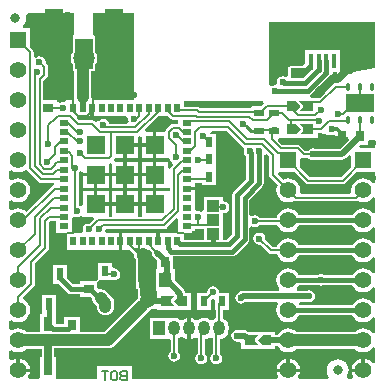
<source format=gbl>
G04*
G04 #@! TF.GenerationSoftware,Altium Limited,Altium Designer,18.1.9 (240)*
G04*
G04 Layer_Physical_Order=2*
G04 Layer_Color=16711680*
%FSLAX25Y25*%
%MOIN*%
G70*
G01*
G75*
%ADD10C,0.00787*%
%ADD11C,0.00800*%
%ADD14R,0.06000X0.16000*%
%ADD31R,0.03937X0.03937*%
%ADD32R,0.03000X0.03400*%
%ADD33C,0.03150*%
%ADD34R,0.03400X0.03000*%
%ADD36C,0.01000*%
%ADD37C,0.04000*%
%ADD38C,0.01500*%
%ADD39C,0.02000*%
%ADD40R,0.05500X0.05500*%
%ADD41C,0.05500*%
%ADD42O,0.04000X0.04724*%
%ADD43R,0.04000X0.04724*%
%ADD44C,0.07100*%
%ADD45O,0.03937X0.05906*%
%ADD46C,0.02362*%
%ADD47R,0.01968X0.03150*%
%ADD48R,0.03150X0.01968*%
%ADD49R,0.06299X0.06299*%
%ADD50R,0.02400X0.03400*%
%ADD51R,0.09449X0.05906*%
G04:AMPARAMS|DCode=52|XSize=15.75mil|YSize=23.62mil|CornerRadius=3.94mil|HoleSize=0mil|Usage=FLASHONLY|Rotation=0.000|XOffset=0mil|YOffset=0mil|HoleType=Round|Shape=RoundedRectangle|*
%AMROUNDEDRECTD52*
21,1,0.01575,0.01575,0,0,0.0*
21,1,0.00787,0.02362,0,0,0.0*
1,1,0.00787,0.00394,-0.00787*
1,1,0.00787,-0.00394,-0.00787*
1,1,0.00787,-0.00394,0.00787*
1,1,0.00787,0.00394,0.00787*
%
%ADD52ROUNDEDRECTD52*%
%ADD53R,0.02400X0.03900*%
%ADD54R,0.02800X0.04800*%
%ADD55R,0.01575X0.05118*%
%ADD56R,0.15354X0.08661*%
%ADD57R,0.04200X0.08700*%
%ADD58R,0.04200X0.04200*%
%ADD59R,0.06000X0.10000*%
%ADD60R,0.03900X0.04900*%
%ADD61R,0.03400X0.02400*%
%ADD62C,0.03937*%
%ADD63C,0.01968*%
%ADD64C,0.02500*%
%ADD65C,0.01600*%
%ADD66C,0.01181*%
G36*
X103160Y105436D02*
X102970Y105246D01*
X102843Y105162D01*
X99949Y102268D01*
X95797D01*
X95797Y105693D01*
X100793Y105693D01*
X101720Y106620D01*
X103160D01*
Y105436D01*
D02*
G37*
G36*
X123977Y105758D02*
X112790Y103866D01*
X112215Y104580D01*
Y111890D01*
X100601D01*
Y107237D01*
X100010Y106647D01*
Y106496D01*
X99859D01*
X99859Y106496D01*
X95797Y106496D01*
X95490Y106435D01*
X95229Y106261D01*
X95055Y106000D01*
X94994Y105693D01*
X94994Y103147D01*
X94194Y102720D01*
X93918Y102905D01*
X93150Y103058D01*
X92382Y102905D01*
X91730Y102470D01*
X91295Y101819D01*
X91142Y101050D01*
X91216Y100680D01*
X90607Y99990D01*
X90600Y99987D01*
X90500Y100007D01*
X89732Y99854D01*
X89383Y99621D01*
X88583Y100004D01*
X88583Y120993D01*
X123977D01*
Y105758D01*
D02*
G37*
G36*
X111272Y103610D02*
X110400Y103462D01*
X109862Y104182D01*
X109972Y104410D01*
X111205D01*
X111272Y103610D01*
D02*
G37*
G36*
X106200Y99418D02*
Y96563D01*
X105481Y95844D01*
X104681Y95881D01*
Y95881D01*
X102574D01*
X102210Y96622D01*
X102220Y96681D01*
X102684Y96992D01*
X104581Y98889D01*
X104666Y99015D01*
X105400Y99749D01*
X106200Y99418D01*
D02*
G37*
G36*
X43701Y95256D02*
X30020D01*
X29311Y96000D01*
Y104713D01*
X30687D01*
Y106811D01*
X30689Y106813D01*
X31126Y107868D01*
X31275Y109000D01*
X31126Y110132D01*
X30689Y111187D01*
X30687Y111189D01*
Y116287D01*
X30646Y116308D01*
X30064Y116933D01*
Y123958D01*
X43701D01*
X43701Y95256D01*
D02*
G37*
G36*
X23733Y116933D02*
X23148Y116305D01*
X23113Y116287D01*
Y111189D01*
X23111Y111187D01*
X22674Y110132D01*
X22525Y109000D01*
X22674Y107868D01*
X23111Y106813D01*
X23113Y106811D01*
Y104713D01*
X23689D01*
Y96000D01*
X22980Y95256D01*
X21185D01*
Y94965D01*
X20385Y94431D01*
X20000Y94507D01*
X19232Y94354D01*
X18781Y94053D01*
X18107Y94305D01*
X17981Y94407D01*
Y95181D01*
X13423D01*
Y101462D01*
X14625Y102663D01*
X14625Y102663D01*
X14887Y103056D01*
X14979Y103519D01*
Y106131D01*
X14887Y106595D01*
X14625Y106988D01*
X14625Y106988D01*
X14083Y107529D01*
X14107Y107650D01*
X13954Y108419D01*
X13519Y109070D01*
X12868Y109505D01*
X12100Y109658D01*
X11332Y109505D01*
X10967Y109261D01*
X10167Y109632D01*
Y111043D01*
X10075Y111507D01*
X9813Y111899D01*
X9813Y111899D01*
X8931Y112781D01*
Y118931D01*
X6718D01*
X6447Y119731D01*
X6629Y119871D01*
X7220Y120641D01*
X7591Y121538D01*
X7718Y122500D01*
X7631Y123158D01*
X8158Y123958D01*
X23733D01*
Y116933D01*
D02*
G37*
G36*
X86477Y94600D02*
X86641Y94360D01*
X86783Y93800D01*
X86673Y93689D01*
X86655Y93662D01*
X86074Y93081D01*
X82419D01*
Y92342D01*
X65720D01*
X65606Y92456D01*
X65214Y92718D01*
X64750Y92811D01*
X64750Y92811D01*
X60161D01*
Y94600D01*
X86477Y94600D01*
D02*
G37*
G36*
X100575Y91300D02*
X98700D01*
X99900Y92400D01*
X99900Y93500D01*
X98700Y94700D01*
X100575Y94700D01*
Y91300D01*
D02*
G37*
G36*
X99100Y93100D02*
Y92900D01*
X97499Y91299D01*
X97200D01*
Y94700D01*
X97500Y94700D01*
X99100Y93100D01*
D02*
G37*
G36*
X30240Y89744D02*
X40945D01*
X41602Y88944D01*
X41593Y88900D01*
X41746Y88132D01*
X41820Y88020D01*
X41392Y87221D01*
X36263D01*
X36155Y87242D01*
X36155Y87242D01*
X35304D01*
X35234Y87593D01*
X34799Y88244D01*
X34147Y88679D01*
X33379Y88832D01*
X32611Y88679D01*
X31960Y88244D01*
X31757Y87941D01*
X30805Y87762D01*
X30623Y87944D01*
X30233Y88205D01*
X29772Y88297D01*
X29772Y88297D01*
X25415D01*
X24707Y89005D01*
X25013Y89744D01*
X25516D01*
Y90138D01*
X27484D01*
Y89744D01*
X29059D01*
Y92500D01*
X30240D01*
Y89744D01*
D02*
G37*
G36*
X55648Y88893D02*
X56039Y88631D01*
X56500Y88540D01*
X56500Y88540D01*
X58390D01*
Y87079D01*
X56619D01*
X56619Y87079D01*
X56156Y86987D01*
X55763Y86725D01*
X55763Y86725D01*
X54375Y85337D01*
X54113Y84944D01*
X54021Y84481D01*
X53257Y84429D01*
X51106D01*
Y80098D01*
Y75767D01*
X54846D01*
X54846Y75767D01*
X55574Y75593D01*
X55646Y75232D01*
X56081Y74581D01*
X56384Y74378D01*
X56563Y73426D01*
X55953Y72815D01*
X55690Y72422D01*
X55646Y72202D01*
X54846Y72281D01*
Y74586D01*
X51106D01*
Y70256D01*
Y65925D01*
X54798D01*
X54846Y65925D01*
X55598Y65808D01*
Y64860D01*
X54846Y64744D01*
Y64744D01*
X51106D01*
Y60413D01*
X50516D01*
Y59823D01*
X46185D01*
Y56142D01*
X45004D01*
Y59823D01*
X40673D01*
X36342D01*
Y56142D01*
X35161D01*
Y59823D01*
X30830D01*
Y60413D01*
X30240D01*
Y64744D01*
X26500D01*
Y60119D01*
X25768Y59755D01*
X25211Y60121D01*
Y70941D01*
X25419Y71081D01*
X25700Y71501D01*
X26500Y71258D01*
Y70846D01*
X30830D01*
X35161D01*
Y73782D01*
X35174Y73909D01*
X35541Y74102D01*
X35543Y74102D01*
X36342Y73620D01*
Y70846D01*
X40082D01*
Y74586D01*
X37362D01*
X36959Y75386D01*
X37240Y75767D01*
X40082D01*
Y80098D01*
X40673D01*
Y80689D01*
X45004D01*
Y82797D01*
X45385Y83040D01*
X46185Y82601D01*
Y80689D01*
X49925D01*
Y84429D01*
X47472D01*
X47166Y85168D01*
X51742Y89744D01*
X54797D01*
X55648Y88893D01*
D02*
G37*
G36*
X100672Y83687D02*
X98798D01*
X99998Y84787D01*
X99998Y85887D01*
X98798Y87087D01*
X100672Y87087D01*
Y83687D01*
D02*
G37*
G36*
X99198Y85487D02*
Y85287D01*
X97597Y83687D01*
X97298D01*
Y87087D01*
X97598Y87087D01*
X99198Y85487D01*
D02*
G37*
G36*
X106028Y84183D02*
X106200Y84042D01*
Y83600D01*
X115023Y82620D01*
X115287Y81865D01*
X112245Y78822D01*
X104116D01*
X104068Y78854D01*
X103300Y79007D01*
X102532Y78854D01*
X101881Y78419D01*
X101741Y78211D01*
X100681D01*
X99098Y79794D01*
X98705Y80056D01*
X98242Y80148D01*
X98242Y80148D01*
X93064D01*
X91632Y81580D01*
X91939Y82319D01*
X93181D01*
Y82319D01*
X93417Y82506D01*
X98779D01*
X98779Y82506D01*
X99417D01*
Y82506D01*
X99579Y82506D01*
X104779D01*
Y84183D01*
X106028D01*
X106028Y84183D01*
D02*
G37*
G36*
X123977Y81625D02*
Y79712D01*
X123931Y78931D01*
X118881D01*
X118528Y79721D01*
X118844Y80119D01*
X121681D01*
Y81280D01*
X122277Y81814D01*
X123977Y81625D01*
D02*
G37*
G36*
X116069Y76446D02*
Y72781D01*
X112730Y69442D01*
X102270D01*
X98931Y72781D01*
Y75444D01*
X99716Y75881D01*
X100179Y75789D01*
X100179Y75789D01*
X101741D01*
X101881Y75581D01*
X102532Y75146D01*
X103300Y74993D01*
X104068Y75146D01*
X104116Y75178D01*
X113000D01*
X113000Y75178D01*
X113697Y75316D01*
X114289Y75711D01*
X115330Y76753D01*
X116069Y76446D01*
D02*
G37*
G36*
X123931Y71069D02*
X123977Y70288D01*
Y67589D01*
X123177Y67317D01*
X122804Y67804D01*
X121983Y68434D01*
X121026Y68830D01*
X120000Y68965D01*
X118974Y68830D01*
X118017Y68434D01*
X117196Y67804D01*
X116566Y66983D01*
X116170Y66026D01*
X116035Y65000D01*
X116102Y64488D01*
X115482Y63688D01*
X99518D01*
X98898Y64488D01*
X98965Y65000D01*
X98830Y66026D01*
X98434Y66983D01*
X97804Y67804D01*
X96983Y68434D01*
X96026Y68830D01*
X95000Y68965D01*
X93974Y68830D01*
X93202Y68510D01*
X91443Y70269D01*
X91775Y71069D01*
X97219D01*
X100912Y67375D01*
X100912Y67375D01*
X101305Y67113D01*
X101769Y67021D01*
X113231D01*
X113232Y67021D01*
X113695Y67113D01*
X114088Y67375D01*
X117781Y71069D01*
X123931D01*
D02*
G37*
G36*
X79881Y79513D02*
X80321Y78768D01*
X80168Y78000D01*
X80321Y77232D01*
X80756Y76581D01*
X81039Y76392D01*
Y68791D01*
X78392Y66144D01*
X78392Y66144D01*
X76892Y64644D01*
X76552Y64135D01*
X76433Y63535D01*
Y50285D01*
X74715Y48568D01*
X73150D01*
Y51850D01*
Y56519D01*
X73327Y57265D01*
X73361Y57293D01*
X74129Y57446D01*
X74780Y57881D01*
X75215Y58532D01*
X75368Y59300D01*
X75215Y60068D01*
X74780Y60719D01*
X74129Y61154D01*
X73361Y61307D01*
X73150Y61480D01*
Y62874D01*
X66850D01*
Y58293D01*
X66050Y57866D01*
X65768Y58054D01*
X65000Y58207D01*
X64702Y58148D01*
X64634Y58156D01*
X63917Y58711D01*
X63902Y58742D01*
Y63366D01*
Y64941D01*
X61146D01*
Y66122D01*
X63902D01*
Y67470D01*
X66119D01*
Y66619D01*
X70881D01*
Y72381D01*
X70881D01*
Y72619D01*
X70881D01*
Y78119D01*
Y83881D01*
X69056D01*
X68991Y83989D01*
X69444Y84789D01*
X74604D01*
X79881Y79513D01*
D02*
G37*
G36*
X3017Y71566D02*
X3974Y71170D01*
X5000Y71035D01*
X6026Y71170D01*
X6982Y71566D01*
X7144Y71691D01*
X8101Y71597D01*
X11873Y67825D01*
X11873Y67825D01*
X12266Y67563D01*
X12729Y67470D01*
X16792D01*
X16871Y66670D01*
X16768Y66650D01*
X16375Y66388D01*
X16375Y66387D01*
X7797Y57809D01*
X6982Y58434D01*
X6026Y58830D01*
X5000Y58965D01*
X3974Y58830D01*
X3017Y58434D01*
X2807Y58273D01*
X2007Y58667D01*
Y61333D01*
X2807Y61728D01*
X3017Y61567D01*
X3974Y61170D01*
X5000Y61035D01*
X6026Y61170D01*
X6982Y61567D01*
X7803Y62197D01*
X8433Y63018D01*
X8830Y63974D01*
X8965Y65000D01*
X8830Y66027D01*
X8433Y66983D01*
X7803Y67804D01*
X6982Y68434D01*
X6026Y68830D01*
X5000Y68965D01*
X3974Y68830D01*
X3017Y68434D01*
X2807Y68273D01*
X2007Y68667D01*
Y71333D01*
X2807Y71728D01*
X3017Y71566D01*
D02*
G37*
G36*
X88677Y76285D02*
Y70113D01*
X88677Y70113D01*
X88769Y69649D01*
X89031Y69257D01*
X91490Y66798D01*
X91170Y66026D01*
X91035Y65000D01*
X91170Y63974D01*
X91566Y63017D01*
X92196Y62196D01*
X93018Y61566D01*
X93974Y61170D01*
X95000Y61035D01*
X96026Y61170D01*
X96838Y61506D01*
X97060Y61359D01*
X97523Y61266D01*
X97523Y61266D01*
X117477D01*
X117477Y61266D01*
X117940Y61359D01*
X118162Y61506D01*
X118974Y61170D01*
X120000Y61035D01*
X121026Y61170D01*
X121983Y61566D01*
X122804Y62196D01*
X123177Y62683D01*
X123977Y62411D01*
Y57588D01*
X123177Y57317D01*
X122804Y57804D01*
X121983Y58434D01*
X121026Y58830D01*
X120000Y58965D01*
X118974Y58830D01*
X118017Y58434D01*
X117196Y57804D01*
X116566Y56982D01*
X116415Y56618D01*
X98585D01*
X98434Y56982D01*
X97804Y57804D01*
X96983Y58434D01*
X96026Y58830D01*
X95000Y58965D01*
X93974Y58830D01*
X93018Y58434D01*
X92196Y57804D01*
X91566Y56982D01*
X91170Y56026D01*
X91154Y55904D01*
X85463D01*
X85319Y56119D01*
X84668Y56554D01*
X83900Y56707D01*
X83132Y56554D01*
X82867Y56378D01*
X82068Y56805D01*
Y61851D01*
X86433Y66216D01*
X86773Y66725D01*
X86892Y67325D01*
Y76803D01*
X86947Y76884D01*
X87899Y77063D01*
X88677Y76285D01*
D02*
G37*
G36*
X25825Y56385D02*
X26500Y56082D01*
Y56082D01*
X29945D01*
X30276Y55282D01*
X28918Y53924D01*
X28500Y54007D01*
X27732Y53854D01*
X27081Y53419D01*
X26646Y52768D01*
X26493Y52000D01*
X26579Y51568D01*
X26067Y50768D01*
X23757D01*
X22957Y50768D01*
Y55702D01*
X23730Y56145D01*
X23757Y56141D01*
X24500Y55993D01*
X25268Y56146D01*
X25700Y56434D01*
X25825Y56385D01*
D02*
G37*
G36*
X91566Y53017D02*
X92196Y52196D01*
X93018Y51566D01*
X93974Y51170D01*
X95000Y51035D01*
X96026Y51170D01*
X96983Y51566D01*
X97804Y52196D01*
X98434Y53017D01*
X98585Y53382D01*
X116415D01*
X116566Y53017D01*
X117196Y52196D01*
X118017Y51566D01*
X118974Y51170D01*
X120000Y51035D01*
X121026Y51170D01*
X121983Y51566D01*
X122804Y52196D01*
X123177Y52683D01*
X123977Y52412D01*
Y47589D01*
X123177Y47317D01*
X122804Y47804D01*
X121983Y48434D01*
X121026Y48830D01*
X120000Y48965D01*
X118974Y48830D01*
X118017Y48434D01*
X117196Y47804D01*
X116566Y46982D01*
X116415Y46619D01*
X98585D01*
X98434Y46982D01*
X97804Y47804D01*
X96983Y48434D01*
X96026Y48830D01*
X95000Y48965D01*
X93974Y48830D01*
X93018Y48434D01*
X92196Y47804D01*
X91566Y46982D01*
X91244Y46204D01*
X89790D01*
X87357Y48637D01*
X87407Y48891D01*
X87254Y49659D01*
X86819Y50310D01*
X86168Y50745D01*
X85400Y50898D01*
X84632Y50745D01*
X83981Y50310D01*
X83546Y49659D01*
X83393Y48891D01*
X83546Y48123D01*
X83981Y47472D01*
X84632Y47037D01*
X85400Y46884D01*
X85654Y46934D01*
X88439Y44148D01*
X88439Y44148D01*
X88830Y43887D01*
X89291Y43796D01*
X89291Y43796D01*
X91244D01*
X91566Y43018D01*
X92196Y42196D01*
X93018Y41566D01*
X93974Y41170D01*
X95000Y41035D01*
X96026Y41170D01*
X96983Y41566D01*
X97804Y42196D01*
X98434Y43018D01*
X98585Y43382D01*
X116415D01*
X116566Y43018D01*
X117196Y42196D01*
X118017Y41566D01*
X118974Y41170D01*
X120000Y41035D01*
X121026Y41170D01*
X121983Y41566D01*
X122804Y42196D01*
X123177Y42683D01*
X123977Y42412D01*
Y37589D01*
X123177Y37317D01*
X122804Y37804D01*
X121983Y38434D01*
X121026Y38830D01*
X120000Y38965D01*
X118974Y38830D01*
X118017Y38434D01*
X117196Y37804D01*
X116566Y36983D01*
X116498Y36819D01*
X107021D01*
X106668Y37054D01*
X105900Y37207D01*
X105132Y37054D01*
X104779Y36819D01*
X98502D01*
X98434Y36983D01*
X97804Y37804D01*
X96983Y38434D01*
X96026Y38830D01*
X95000Y38965D01*
X93974Y38830D01*
X93018Y38434D01*
X92196Y37804D01*
X91566Y36983D01*
X91170Y36026D01*
X91035Y35000D01*
X91170Y33974D01*
X91566Y33018D01*
X92099Y32322D01*
X91974Y31852D01*
X91760Y31522D01*
X79900D01*
X79900Y31522D01*
X79203Y31384D01*
X78626Y30998D01*
X78563Y30986D01*
X77912Y30551D01*
X77477Y29900D01*
X77324Y29131D01*
X77477Y28363D01*
X77912Y27712D01*
X78563Y27277D01*
X79331Y27124D01*
X80100Y27277D01*
X80751Y27712D01*
X80861Y27878D01*
X91245D01*
X91639Y27078D01*
X91566Y26983D01*
X91170Y26026D01*
X91035Y25000D01*
X91170Y23974D01*
X91566Y23018D01*
X92196Y22196D01*
X93018Y21566D01*
X93974Y21170D01*
X95000Y21035D01*
X96026Y21170D01*
X96983Y21566D01*
X97804Y22196D01*
X98434Y23018D01*
X98585Y23381D01*
X116415D01*
X116566Y23018D01*
X117196Y22196D01*
X118017Y21566D01*
X118974Y21170D01*
X120000Y21035D01*
X121026Y21170D01*
X121983Y21566D01*
X122804Y22196D01*
X123177Y22683D01*
X123977Y22411D01*
Y17589D01*
X123177Y17317D01*
X122804Y17804D01*
X121983Y18434D01*
X121026Y18830D01*
X120000Y18965D01*
X118974Y18830D01*
X118017Y18434D01*
X117196Y17804D01*
X117178Y17780D01*
X97822D01*
X97804Y17804D01*
X96983Y18434D01*
X96026Y18830D01*
X95000Y18965D01*
X93974Y18830D01*
X93018Y18434D01*
X92196Y17804D01*
X91566Y16983D01*
X91500Y16822D01*
X90681D01*
Y17881D01*
X85319D01*
X85319Y17881D01*
X84681D01*
Y17881D01*
X84519Y17881D01*
X81650D01*
X81197Y18184D01*
X80500Y18322D01*
X80500Y18322D01*
X78816D01*
X78768Y18354D01*
X78000Y18507D01*
X77232Y18354D01*
X76581Y17919D01*
X76146Y17268D01*
X75993Y16500D01*
X76146Y15732D01*
X76581Y15081D01*
X77232Y14646D01*
X78000Y14493D01*
X78519Y14596D01*
X79258Y14161D01*
X79319Y14100D01*
Y12119D01*
X84519D01*
X84681Y12119D01*
X84681Y12119D01*
X85319Y12119D01*
Y12119D01*
X90681D01*
Y13178D01*
X91500D01*
X91566Y13017D01*
X92196Y12196D01*
X93018Y11566D01*
X93974Y11170D01*
X95000Y11035D01*
X96026Y11170D01*
X96983Y11566D01*
X97804Y12196D01*
X97822Y12220D01*
X117178D01*
X117196Y12196D01*
X118017Y11566D01*
X118974Y11170D01*
X120000Y11035D01*
X121026Y11170D01*
X121983Y11566D01*
X122804Y12196D01*
X123177Y12683D01*
X123977Y12411D01*
Y7588D01*
X123177Y7317D01*
X122804Y7804D01*
X121983Y8434D01*
X121026Y8830D01*
X120591Y8887D01*
Y5000D01*
X120000D01*
Y4409D01*
X116113D01*
X116170Y3974D01*
X116566Y3018D01*
X116728Y2807D01*
X116333Y2007D01*
X114858D01*
X114463Y2807D01*
X114720Y3141D01*
X115091Y4038D01*
X115218Y5000D01*
X115091Y5962D01*
X114720Y6859D01*
X114129Y7629D01*
X113359Y8219D01*
X112462Y8591D01*
X111500Y8718D01*
X110538Y8591D01*
X109641Y8219D01*
X108871Y7629D01*
X108280Y6859D01*
X107909Y5962D01*
X107782Y5000D01*
X107909Y4038D01*
X108280Y3141D01*
X108537Y2807D01*
X108142Y2007D01*
X98667D01*
X98272Y2807D01*
X98434Y3018D01*
X98830Y3974D01*
X98887Y4409D01*
X95000D01*
X91113D01*
X91170Y3974D01*
X91566Y3018D01*
X91728Y2807D01*
X91333Y2007D01*
X42775Y2007D01*
Y6323D01*
X31229D01*
Y2007D01*
X18335D01*
X17581Y2119D01*
Y9281D01*
X17077D01*
Y12320D01*
X35100D01*
X35819Y12415D01*
X36490Y12693D01*
X37066Y13135D01*
X48316Y24385D01*
X48728Y24922D01*
X49266Y25335D01*
X49300Y25369D01*
X51131D01*
X51319Y25119D01*
Y25119D01*
X56519D01*
X56681Y25119D01*
X56681Y25119D01*
X57319Y25119D01*
Y25119D01*
X62681D01*
Y30881D01*
X60822D01*
X60771Y31138D01*
X60376Y31729D01*
X60376Y31729D01*
X57131Y34974D01*
Y38631D01*
X56681D01*
Y42933D01*
X76400D01*
X77000Y43052D01*
X77508Y43392D01*
X81608Y47492D01*
X81948Y48000D01*
X82068Y48600D01*
Y52595D01*
X82867Y53022D01*
X83132Y52846D01*
X83900Y52693D01*
X84668Y52846D01*
X85319Y53281D01*
X85463Y53496D01*
X91368D01*
X91566Y53017D01*
D02*
G37*
G36*
X58390Y55325D02*
Y50768D01*
X57590Y50768D01*
X52287D01*
Y48012D01*
X51106D01*
Y50768D01*
X39689D01*
Y48012D01*
Y45256D01*
X42141D01*
X42830Y44567D01*
X42830Y44567D01*
X43685Y43712D01*
X43675Y43634D01*
X43769Y42914D01*
X44047Y42244D01*
X44220Y42018D01*
Y35000D01*
X44315Y34281D01*
X44319Y34271D01*
Y32119D01*
X44869D01*
Y28687D01*
X44385Y28315D01*
X33949Y17880D01*
X25681D01*
Y22881D01*
X20319D01*
Y20319D01*
X17581D01*
Y23869D01*
X17681D01*
Y30131D01*
X12919D01*
Y23881D01*
X12419D01*
Y17780D01*
X7822D01*
X7804Y17804D01*
X6983Y18434D01*
X6026Y18830D01*
X5000Y18965D01*
X3974Y18830D01*
X3018Y18434D01*
X2807Y18272D01*
X2007Y18667D01*
Y21333D01*
X2807Y21728D01*
X3017Y21566D01*
X3974Y21170D01*
X5000Y21035D01*
X6026Y21170D01*
X6982Y21566D01*
X7803Y22197D01*
X8433Y23018D01*
X8830Y23974D01*
X8965Y25000D01*
X8830Y26026D01*
X8433Y26983D01*
X7803Y27804D01*
X6982Y28434D01*
X6885Y28474D01*
X6698Y29418D01*
X10190Y32910D01*
X10190Y32910D01*
X10452Y33303D01*
X10544Y33766D01*
X10544Y33766D01*
Y40532D01*
X14956Y44944D01*
X14956Y44944D01*
X15218Y45337D01*
X15311Y45800D01*
X15311Y45800D01*
Y54399D01*
X15784Y54872D01*
X17445D01*
Y50768D01*
X20385D01*
X21185Y50768D01*
Y45256D01*
X38508D01*
Y48012D01*
Y50768D01*
X34476D01*
X34060Y51394D01*
X34409Y52146D01*
X53667D01*
X53667Y52146D01*
X54128Y52238D01*
X54519Y52499D01*
X57651Y55631D01*
X58390Y55325D01*
D02*
G37*
G36*
X66850Y48568D02*
X60161D01*
Y50768D01*
X60961Y50768D01*
X63902D01*
Y52221D01*
X66850D01*
Y48568D01*
D02*
G37*
G36*
X116566Y33018D02*
X117196Y32196D01*
X118017Y31566D01*
X118974Y31170D01*
X120000Y31035D01*
X121026Y31170D01*
X121983Y31566D01*
X122804Y32196D01*
X123177Y32683D01*
X123977Y32412D01*
Y27588D01*
X123177Y27317D01*
X122804Y27804D01*
X121983Y28434D01*
X121026Y28830D01*
X120000Y28965D01*
X118974Y28830D01*
X118017Y28434D01*
X117196Y27804D01*
X116566Y26983D01*
X116415Y26618D01*
X98958D01*
X98675Y27111D01*
X99092Y27878D01*
X101184D01*
X101232Y27846D01*
X102000Y27693D01*
X102768Y27846D01*
X103419Y28281D01*
X103854Y28932D01*
X104007Y29700D01*
X103854Y30468D01*
X103419Y31119D01*
X102768Y31554D01*
X102000Y31707D01*
X101232Y31554D01*
X101184Y31522D01*
X98240D01*
X98026Y31852D01*
X97900Y32322D01*
X98434Y33018D01*
X98667Y33582D01*
X104779D01*
X105132Y33346D01*
X105900Y33193D01*
X106668Y33346D01*
X107021Y33582D01*
X116333D01*
X116566Y33018D01*
D02*
G37*
G36*
X48553Y45223D02*
X49494Y44282D01*
X49478Y44200D01*
X49616Y43503D01*
X50011Y42911D01*
X51200Y41723D01*
Y38631D01*
X50869D01*
Y31369D01*
X51200D01*
Y29700D01*
X51200Y28162D01*
X50631Y27600D01*
X46077Y27659D01*
X45994Y27737D01*
X45790Y27998D01*
X45718Y28113D01*
X45680Y28209D01*
X45627Y28465D01*
X45631Y28483D01*
X45665Y28582D01*
X45661Y28635D01*
X45672Y28687D01*
Y28720D01*
X45807Y29400D01*
X45672Y30080D01*
Y32119D01*
X45611Y32426D01*
X45437Y32687D01*
X45176Y32861D01*
X45122Y32871D01*
Y34271D01*
X45108Y34340D01*
X45111Y34385D01*
X45023Y35053D01*
Y42018D01*
X45003Y42121D01*
X44996Y42226D01*
X44972Y42273D01*
X44962Y42325D01*
X44904Y42412D01*
X44857Y42507D01*
X44748Y42649D01*
X44681Y42811D01*
Y43881D01*
X44574D01*
X44133Y44544D01*
X44423Y45241D01*
X48553Y45223D01*
D02*
G37*
G36*
X56100Y28600D02*
X56100Y27500D01*
X57300Y26300D01*
X55425Y26300D01*
Y29700D01*
X57300D01*
X56100Y28600D01*
D02*
G37*
G36*
X58800Y26300D02*
X58500Y26300D01*
X56900Y27900D01*
Y28100D01*
X58501Y29700D01*
X58800D01*
Y26300D01*
D02*
G37*
G36*
X84100Y15600D02*
X84100Y14500D01*
X85300Y13300D01*
X83425Y13300D01*
Y16700D01*
X85300D01*
X84100Y15600D01*
D02*
G37*
G36*
X86800Y13300D02*
X86500Y13300D01*
X84900Y14900D01*
Y15100D01*
X86501Y16701D01*
X86800D01*
Y13300D01*
D02*
G37*
G36*
X12923Y9281D02*
X12419D01*
Y2807D01*
X11665Y2007D01*
X8667D01*
X8272Y2807D01*
X8434Y3018D01*
X8830Y3974D01*
X8887Y4409D01*
X5000D01*
Y5000D01*
X4409D01*
Y8887D01*
X3974Y8830D01*
X3018Y8434D01*
X2807Y8272D01*
X2007Y8667D01*
Y11333D01*
X2807Y11728D01*
X3018Y11566D01*
X3974Y11170D01*
X5000Y11035D01*
X6026Y11170D01*
X6983Y11566D01*
X7804Y12196D01*
X7822Y12220D01*
X12923D01*
Y9281D01*
D02*
G37*
%LPC*%
G36*
X49925Y79508D02*
X46185D01*
Y75767D01*
X49925D01*
Y79508D01*
D02*
G37*
G36*
X45004D02*
X41264D01*
Y75767D01*
X45004D01*
Y79508D01*
D02*
G37*
G36*
X41264Y74586D02*
Y70846D01*
X45004D01*
Y74586D01*
X41264D01*
D02*
G37*
G36*
X49925D02*
X46185D01*
Y70846D01*
X49925D01*
Y74586D01*
D02*
G37*
G36*
X45004Y69665D02*
X41264D01*
Y65925D01*
X45004D01*
Y69665D01*
D02*
G37*
G36*
X40082D02*
X36342D01*
Y65925D01*
X40082D01*
Y69665D01*
D02*
G37*
G36*
X35161D02*
X31421D01*
Y65925D01*
X35161D01*
Y69665D01*
D02*
G37*
G36*
X30240D02*
X26500D01*
Y65925D01*
X30240D01*
Y69665D01*
D02*
G37*
G36*
X49925D02*
X46185D01*
Y65925D01*
X49925D01*
Y69665D01*
D02*
G37*
G36*
X45004Y64744D02*
X41264D01*
Y61004D01*
X45004D01*
Y64744D01*
D02*
G37*
G36*
X35161D02*
X31421D01*
Y61004D01*
X35161D01*
Y64744D01*
D02*
G37*
G36*
X49925D02*
X46185D01*
Y61004D01*
X49925D01*
Y64744D01*
D02*
G37*
G36*
X40082D02*
X36342D01*
Y61004D01*
X40082D01*
Y64744D01*
D02*
G37*
G36*
X57000Y22571D02*
X56170Y22461D01*
X55981Y22383D01*
X55181Y22543D01*
Y22543D01*
X48819D01*
Y15457D01*
X55181D01*
X55796Y15009D01*
Y11363D01*
X55581Y11219D01*
X55146Y10568D01*
X54993Y9800D01*
X55146Y9032D01*
X55581Y8381D01*
X56232Y7946D01*
X57000Y7793D01*
X57768Y7946D01*
X58419Y8381D01*
X58854Y9032D01*
X59007Y9800D01*
X58854Y10568D01*
X58419Y11219D01*
X58204Y11363D01*
Y15693D01*
X58604Y15859D01*
X58925Y16105D01*
X59500Y16293D01*
X60075Y16105D01*
X60396Y15859D01*
X61170Y15539D01*
X61409Y15507D01*
Y19000D01*
Y22493D01*
X61170Y22461D01*
X60396Y22141D01*
X60075Y21895D01*
X59500Y21707D01*
X58925Y21895D01*
X58604Y22141D01*
X57830Y22461D01*
X57000Y22571D01*
D02*
G37*
G36*
X70000Y33007D02*
X69232Y32854D01*
X68581Y32419D01*
X68146Y31768D01*
X67993Y31000D01*
X67895Y30881D01*
X64619D01*
Y25119D01*
X69381D01*
Y28399D01*
X70000Y28993D01*
X70000Y28993D01*
X70619Y28486D01*
Y25119D01*
X70789D01*
Y22304D01*
X70396Y22141D01*
X70075Y21895D01*
X69500Y21707D01*
X68925Y21895D01*
X68604Y22141D01*
X67830Y22461D01*
X67000Y22571D01*
X66170Y22461D01*
X65396Y22141D01*
X65075Y21895D01*
X64500Y21707D01*
X63925Y21895D01*
X63604Y22141D01*
X62830Y22461D01*
X62590Y22493D01*
Y19000D01*
Y15507D01*
X62830Y15539D01*
X63604Y15859D01*
X63925Y16105D01*
X64036Y16142D01*
X64796Y15803D01*
Y10563D01*
X64581Y10419D01*
X64146Y9768D01*
X63993Y9000D01*
X64146Y8232D01*
X64581Y7581D01*
X65232Y7146D01*
X66000Y6993D01*
X66768Y7146D01*
X67419Y7581D01*
X67854Y8232D01*
X68007Y9000D01*
X67854Y9768D01*
X67419Y10419D01*
X67204Y10563D01*
Y15456D01*
X67830Y15539D01*
X68604Y15859D01*
X68925Y16105D01*
X69036Y16142D01*
X69796Y15803D01*
Y10563D01*
X69581Y10419D01*
X69146Y9768D01*
X68993Y9000D01*
X69146Y8232D01*
X69581Y7581D01*
X70232Y7146D01*
X71000Y6993D01*
X71768Y7146D01*
X72419Y7581D01*
X72854Y8232D01*
X73007Y9000D01*
X72854Y9768D01*
X72419Y10419D01*
X72204Y10563D01*
Y15456D01*
X72830Y15539D01*
X73604Y15859D01*
X74269Y16369D01*
X74779Y17033D01*
X75099Y17807D01*
X75209Y18638D01*
Y19362D01*
X75099Y20193D01*
X74779Y20967D01*
X74269Y21631D01*
X73604Y22141D01*
X73211Y22304D01*
Y25119D01*
X75381D01*
Y30881D01*
X72105D01*
X72007Y31000D01*
X71854Y31768D01*
X71419Y32419D01*
X70768Y32854D01*
X70000Y33007D01*
D02*
G37*
G36*
X95591Y8887D02*
Y5591D01*
X98887D01*
X98830Y6026D01*
X98434Y6983D01*
X97804Y7804D01*
X96983Y8434D01*
X96026Y8830D01*
X95591Y8887D01*
D02*
G37*
G36*
X119409D02*
X118974Y8830D01*
X118017Y8434D01*
X117196Y7804D01*
X116566Y6983D01*
X116170Y6026D01*
X116113Y5591D01*
X119409D01*
Y8887D01*
D02*
G37*
G36*
X94410D02*
X93974Y8830D01*
X93018Y8434D01*
X92196Y7804D01*
X91566Y6983D01*
X91170Y6026D01*
X91113Y5591D01*
X94410D01*
Y8887D01*
D02*
G37*
G36*
X36381Y40881D02*
X31619D01*
Y35790D01*
X31619Y35513D01*
X31585Y35300D01*
X31574Y35250D01*
X31501Y35036D01*
X31054Y34719D01*
X30760Y34681D01*
X30643Y34681D01*
X25619D01*
Y33619D01*
X23270D01*
X21381Y35508D01*
Y40131D01*
X16619D01*
Y33869D01*
X18442D01*
X21455Y30856D01*
X21981Y30505D01*
X22600Y30382D01*
X25619D01*
Y29319D01*
X29392D01*
X29678Y29033D01*
X29755Y28443D01*
X30036Y27765D01*
X30483Y27183D01*
X31288Y26377D01*
Y26100D01*
X31384Y25372D01*
X31665Y24694D01*
X32112Y24112D01*
X32694Y23665D01*
X33372Y23384D01*
X34100Y23289D01*
X34828Y23384D01*
X35506Y23665D01*
X36088Y24112D01*
X36535Y24694D01*
X36816Y25372D01*
X36911Y26100D01*
Y27542D01*
X36911Y27542D01*
X36816Y28270D01*
X36535Y28948D01*
X36088Y29530D01*
X36088Y29530D01*
X34459Y31159D01*
X33877Y31606D01*
X33199Y31887D01*
X32471Y31982D01*
X32181Y31944D01*
X31439Y32489D01*
X31381Y32603D01*
X31381Y34032D01*
X31381Y34287D01*
X31415Y34500D01*
X31426Y34550D01*
X31499Y34764D01*
X31946Y35081D01*
X32240Y35119D01*
X32357Y35119D01*
X36367D01*
X37000Y34993D01*
X37768Y35146D01*
X38419Y35581D01*
X38854Y36232D01*
X39007Y37000D01*
X38854Y37768D01*
X38419Y38419D01*
X37768Y38854D01*
X37000Y39007D01*
X36999Y39007D01*
X36381Y39514D01*
Y40881D01*
D02*
G37*
G36*
X5591Y8887D02*
Y5591D01*
X8887D01*
X8830Y6026D01*
X8434Y6983D01*
X7804Y7804D01*
X6983Y8434D01*
X6026Y8830D01*
X5591Y8887D01*
D02*
G37*
%LPD*%
D10*
X66500Y83000D02*
X68500Y81000D01*
X56500Y89744D02*
X63520D01*
X14900Y91500D02*
X15900Y92500D01*
X14500Y91900D02*
X14900Y91500D01*
X33379Y86825D02*
X34167Y86038D01*
X36155D01*
X36176Y86016D01*
X44066D01*
X15000Y86616D02*
X17500Y89116D01*
X15000Y80500D02*
Y86616D01*
X24592Y81268D02*
X25512D01*
X18128Y89744D02*
X22265D01*
X15900Y92500D02*
X20000D01*
X18122Y89738D02*
X18128Y89744D01*
X22265D02*
X24917Y87092D01*
X14500Y91900D02*
X15100Y92500D01*
X23213Y92638D02*
Y95787D01*
Y92638D02*
X23350Y92500D01*
X24510Y84500D02*
X25500D01*
X24917Y87092D02*
X29772D01*
X25027Y89744D02*
X28044D01*
X23350Y91420D02*
X25027Y89744D01*
X21431Y84429D02*
X24592Y81268D01*
X28044Y89744D02*
X29650Y91350D01*
X20201Y84429D02*
X21431D01*
X21306Y87703D02*
X24510Y84500D01*
X94200Y54800D02*
X94500Y54500D01*
X58390Y82956D02*
Y83500D01*
X60066Y81279D02*
X61146D01*
X58390Y82956D02*
X60066Y81279D01*
X29772Y87092D02*
X32407Y84457D01*
X33043D01*
X43600Y88900D02*
X44400D01*
X44066Y86016D02*
X48547Y90498D01*
X45398Y89898D02*
Y92500D01*
X44400Y88900D02*
X45398Y89898D01*
X33379Y86825D02*
Y86921D01*
X43682Y45418D02*
X45398Y45498D01*
X43682Y45418D02*
X45466Y43634D01*
X42248Y46852D02*
X43682Y45418D01*
X45466Y43634D02*
X46454D01*
X42248Y46852D02*
Y48012D01*
X45398Y45498D02*
Y48012D01*
X70000Y61000D02*
X71700Y59300D01*
X68500Y61300D02*
X70000D01*
X112000Y84000D02*
X112400Y84400D01*
X23350Y91420D02*
Y92500D01*
X29650Y91350D02*
Y92500D01*
X54847Y91398D02*
X56500Y89744D01*
X85300Y88300D02*
X87900D01*
X90300Y90700D01*
X96200Y88300D02*
X105200D01*
X95400D02*
X96200D01*
X93000Y90700D02*
X95400Y88300D01*
X90300Y90700D02*
X93000D01*
X85833Y91138D02*
X87529Y92833D01*
X48547Y90498D02*
Y92500D01*
X21268Y50768D02*
X23168D01*
X23400Y51000D01*
X83900Y54700D02*
X94100D01*
X94200Y54800D01*
X58390Y70200D02*
X60021Y71831D01*
X58390Y58073D02*
Y70200D01*
X71700Y59300D02*
X73361D01*
X70000Y61000D02*
Y61300D01*
X57600Y83500D02*
X58390D01*
X108300Y80700D02*
X110700D01*
X58232Y50768D02*
X60232D01*
X56800Y52200D02*
X58232Y50768D01*
X33200Y87100D02*
X33379Y86921D01*
X20325Y87703D02*
X21306D01*
X65000Y75000D02*
X68000D01*
X65000Y53431D02*
Y56200D01*
X105200Y88300D02*
X105400Y88100D01*
X110700Y80700D02*
X113000Y83000D01*
X20201Y87579D02*
X20325Y87703D01*
X113400Y90400D02*
X115000Y92000D01*
X111600Y90400D02*
X113400D01*
X102000Y84985D02*
X102402Y85387D01*
X102000Y84985D02*
Y86000D01*
X102098Y85387D02*
X102402D01*
X112000Y84000D02*
X113000Y83000D01*
X57000Y9800D02*
Y19000D01*
X34000Y38000D02*
X35000Y37000D01*
X37000D01*
X51697Y48012D02*
Y49242D01*
X22500Y96500D02*
X23213Y95787D01*
X29787Y92638D02*
Y95787D01*
X29650Y92500D02*
X29787Y92638D01*
X68000Y75000D02*
X68500Y75500D01*
X48547Y46932D02*
X50398Y45081D01*
X48547Y46932D02*
Y48012D01*
X54847Y91398D02*
Y92500D01*
X51500Y92303D02*
X51697Y92500D01*
X50398Y45081D02*
X50419D01*
X67000Y28000D02*
X70000Y31000D01*
X66000Y9000D02*
Y18000D01*
X67000Y19000D01*
X71000Y9000D02*
Y18000D01*
X72000Y19000D01*
X119000Y94000D02*
Y99512D01*
Y83000D02*
Y88488D01*
X115063Y87962D02*
Y88488D01*
X94500Y54500D02*
X95000Y55000D01*
X85400Y48891D02*
X89291Y45000D01*
X95000D01*
X32016Y51961D02*
X33406Y53350D01*
X53667D01*
X58390Y58073D01*
X60021Y71831D02*
X61146D01*
X50419Y45081D02*
X51300Y44200D01*
X108603Y87962D02*
X115063D01*
X102402Y85387D02*
X106028D01*
X108603Y87962D01*
X96098Y85387D02*
Y88198D01*
X96200Y88300D01*
X41200Y4749D02*
Y1600D01*
X39626D01*
X39101Y2125D01*
Y2650D01*
X39626Y3174D01*
X41200D01*
X39626D01*
X39101Y3699D01*
Y4224D01*
X39626Y4749D01*
X41200D01*
X36477D02*
X37527D01*
X38051Y4224D01*
Y2125D01*
X37527Y1600D01*
X36477D01*
X35952Y2125D01*
Y4224D01*
X36477Y4749D01*
X34903D02*
X32804D01*
X33853D01*
Y1600D01*
D11*
X56809Y71959D02*
X59662Y74813D01*
X56809Y58728D02*
Y71959D01*
X55231Y82519D02*
X57500Y80250D01*
X59662Y74813D02*
X60978D01*
X57500Y76000D02*
Y80250D01*
X75106Y86000D02*
X80737Y80369D01*
X65500Y86000D02*
X75106D01*
X63908Y84408D02*
X65500Y86000D01*
X61524Y87957D02*
X75394D01*
X64561Y89544D02*
X81877D01*
X64361Y89744D02*
X64561Y89544D01*
X65219Y91132D02*
X85827D01*
X64750Y91600D02*
X65219Y91132D01*
X75394Y87957D02*
X81394Y81956D01*
X58896Y91600D02*
X64750D01*
X63908Y79803D02*
Y84408D01*
X63520Y89744D02*
X64361D01*
X81877Y89544D02*
X83121Y88300D01*
X61146Y87579D02*
X61524Y87957D01*
X85827Y91132D02*
X85833Y91138D01*
X62234Y78130D02*
X63908Y79803D01*
X61146Y78130D02*
X62234D01*
X59969Y84429D02*
Y84481D01*
X55231Y82519D02*
Y84481D01*
X56619Y85869D01*
X58581D01*
X59969Y84481D01*
Y84429D02*
X61146D01*
X35522Y84435D02*
X44721D01*
X51500Y91215D01*
X35500Y84457D02*
X35522Y84435D01*
X25512Y76988D02*
X25962D01*
X17368Y77119D02*
Y79536D01*
X14750Y74500D02*
X17368Y77119D01*
Y79536D02*
X19112Y81279D01*
X25512Y77500D02*
Y77512D01*
X24000Y58500D02*
Y72500D01*
X23012D02*
X24000D01*
X25962Y76988D02*
X27189Y75761D01*
X12213Y73687D02*
Y101963D01*
Y73687D02*
X13769Y72132D01*
X10625Y73030D02*
X13111Y70544D01*
X10625Y73030D02*
Y103725D01*
X8957Y72453D02*
Y111043D01*
Y72453D02*
X12729Y68681D01*
X13769Y72132D02*
X15981D01*
X13111Y70544D02*
X16639D01*
X12729Y68681D02*
X20201D01*
X10625Y103725D02*
X11400Y104500D01*
X12213Y101963D02*
X13769Y103519D01*
X22963Y72451D02*
Y76456D01*
X24000Y58500D02*
X24500Y58000D01*
X22963Y72451D02*
X23012Y72500D01*
X17500Y89116D02*
X18122Y89738D01*
X19112Y81279D02*
X20201D01*
X21782Y77637D02*
X22963Y76456D01*
X21376Y77637D02*
X21782D01*
X17232Y65531D02*
X20201D01*
X6700Y55000D02*
X17232Y65531D01*
X16782Y62382D02*
X20201D01*
X10500Y56100D02*
X16782Y62382D01*
X33043Y84457D02*
X35500D01*
X36000Y83957D01*
Y76522D02*
Y83957D01*
X35239Y75761D02*
X36000Y76522D01*
X27189Y75761D02*
X35239D01*
X20883Y78130D02*
X21376Y77637D01*
X20201Y78130D02*
X20883D01*
X16639Y70544D02*
X17925Y71831D01*
X15981Y72132D02*
X17368Y73519D01*
Y73908D02*
X17860Y74400D01*
X17368Y73519D02*
Y73908D01*
X17925Y71831D02*
X20201D01*
X94987Y93087D02*
X96000Y94100D01*
X57996Y92500D02*
X58896Y91600D01*
X89463Y85613D02*
X91113D01*
X89463Y82037D02*
Y85000D01*
X53012Y54931D02*
X56809Y58728D01*
X83121Y88300D02*
X85300D01*
X87783Y93087D02*
X94987D01*
X87529Y92833D02*
X87783Y93087D01*
X81394Y81956D02*
X86963D01*
X51500Y91215D02*
Y92303D01*
X15283Y56083D02*
X20201D01*
X14100Y54900D02*
X15283Y56083D01*
X14100Y45800D02*
Y54900D01*
X16032Y59232D02*
X20201D01*
X12400Y55600D02*
X16032Y59232D01*
X12400Y46832D02*
Y55600D01*
X10500Y50501D02*
Y56100D01*
X86921Y85000D02*
X89463D01*
X5000Y115000D02*
X8957Y111043D01*
X60978Y74813D02*
X61146Y74980D01*
X19621Y74400D02*
X20201Y74980D01*
X17860Y74400D02*
X19621D01*
X65000Y53431D02*
X68500D01*
X61644D02*
X65000D01*
X61146Y52933D02*
X61644Y53431D01*
X68500D02*
Y54500D01*
X12100Y107650D02*
X12250D01*
X13769Y106131D01*
Y103519D02*
Y106131D01*
X5000Y29432D02*
X9334Y33766D01*
Y41034D02*
X14100Y45800D01*
X9334Y33766D02*
Y41034D01*
X5000Y25000D02*
Y29432D01*
Y55000D02*
X6700D01*
X98187Y90113D02*
X103992D01*
X96000Y92300D02*
X98187Y90113D01*
X103992D02*
X105779Y91900D01*
X105800D01*
X91569Y77350D02*
X92650D01*
X95000Y75000D01*
X92563Y78937D02*
X98242D01*
X89463Y82037D02*
X92563Y78937D01*
X80737Y80369D02*
X86306D01*
X89887Y76787D01*
X98242Y78937D02*
X100179Y77000D01*
X5000Y39432D02*
X12400Y46832D01*
X5000Y45000D02*
X10500Y50501D01*
X29648Y52942D02*
Y52942D01*
X28706Y52000D02*
X29648Y52942D01*
X5000Y35000D02*
Y39432D01*
X28500Y52000D02*
X28706D01*
X67681Y68681D02*
X68500Y69500D01*
X61146Y68681D02*
X67681D01*
X72000Y19000D02*
Y27000D01*
X73000Y28000D01*
X96000Y93000D02*
Y94100D01*
Y92300D02*
Y93000D01*
X102000D02*
X103300Y94300D01*
X95000Y75000D02*
X101769Y68231D01*
X113232D02*
X120000Y75000D01*
X89887Y70113D02*
X95000Y65000D01*
X97523Y62477D01*
X117477D01*
X120000Y65000D01*
X101769Y68231D02*
X113232D01*
X29648Y52942D02*
X31638Y54931D01*
X53012D01*
X103300Y94300D02*
X105650D01*
X110861Y99512D02*
X115063D01*
X105650Y94300D02*
X110861Y99512D01*
X86963Y81956D02*
X91569Y77350D01*
X89887Y70113D02*
Y76787D01*
X100179Y77000D02*
X103300D01*
D14*
X36900Y117500D02*
D03*
X16900D02*
D03*
D31*
X70000Y59724D02*
D03*
Y55000D02*
D03*
Y50276D02*
D03*
D32*
X82000Y15000D02*
D03*
X88000D02*
D03*
X96098Y85387D02*
D03*
X102098D02*
D03*
X102000Y93000D02*
D03*
X96000D02*
D03*
X23000Y20000D02*
D03*
X29000D02*
D03*
X54000Y41200D02*
D03*
X60000D02*
D03*
X47000Y35000D02*
D03*
X41000D02*
D03*
X48000Y41000D02*
D03*
X42000D02*
D03*
X60000Y28000D02*
D03*
X54000D02*
D03*
X119000Y83000D02*
D03*
X113000D02*
D03*
D33*
X4000Y122500D02*
D03*
X111500Y5000D02*
D03*
D34*
X15100Y98500D02*
D03*
Y92500D02*
D03*
X28500Y32000D02*
D03*
Y26000D02*
D03*
D36*
X82500Y84700D02*
X85300D01*
X80817Y86383D02*
X82500Y84700D01*
D37*
X26500Y108000D02*
X28000Y109500D01*
X26500Y96000D02*
Y108000D01*
X32471Y29171D02*
X34100Y27542D01*
Y26100D02*
Y27542D01*
D38*
X80500Y62500D02*
X85325Y67325D01*
X80500Y48600D02*
Y62500D01*
X76400Y44500D02*
X80500Y48600D01*
X78000Y63535D02*
X79500Y65035D01*
X78000Y49635D02*
Y63535D01*
X75365Y47000D02*
X78000Y49635D01*
X90500Y98000D02*
X91000D01*
X91100Y98100D01*
X93150Y101050D02*
X93406D01*
X93757Y100700D02*
X100598D01*
X93406Y101050D02*
X93757Y100700D01*
X91100Y98100D02*
X101576D01*
X103473Y99997D01*
X100598Y100700D02*
X103952Y104053D01*
X79500Y65035D02*
X82632Y68168D01*
X79500Y65035D02*
Y65035D01*
X104894Y104954D02*
Y104996D01*
X103993Y104053D02*
X104894Y104954D01*
X103952Y104053D02*
X103993D01*
X59008Y47000D02*
X70000D01*
Y50276D01*
X56000Y44500D02*
X76400D01*
X70000Y47000D02*
X75365D01*
X85325Y78000D02*
Y78213D01*
Y67325D02*
Y78000D01*
X105128Y105230D02*
Y108150D01*
X104894Y104996D02*
X105128Y105230D01*
X54847Y45654D02*
Y48012D01*
Y45654D02*
X56000Y44500D01*
X107687Y104253D02*
Y108150D01*
X107394Y103918D02*
Y103960D01*
X107687Y104253D01*
X105029Y101553D02*
X107394Y103918D01*
X104987Y101553D02*
X105029D01*
X103473Y99997D02*
Y100039D01*
X104987Y101553D01*
X82606Y68194D02*
Y77569D01*
Y68194D02*
X82632Y68168D01*
X82175Y78000D02*
X82606Y77569D01*
X57996Y48012D02*
X59008Y47000D01*
D39*
X47300Y27300D02*
X49700D01*
X49000Y28000D02*
X54000D01*
X48000Y29000D02*
X49000Y28000D01*
X51300Y44200D02*
X54500Y41000D01*
X54000Y35000D02*
X54528D01*
X59076Y28948D02*
X59087Y28936D01*
X59076Y28948D02*
X59087Y28960D01*
Y30440D01*
X54528Y35000D02*
X59087Y30440D01*
X59064Y28936D02*
X60000Y28000D01*
X59064Y28936D02*
X59087D01*
X46350Y26350D02*
X47300Y27300D01*
X98032Y104577D02*
X98308Y104300D01*
X99500D01*
X79900Y29700D02*
X102000D01*
X79331Y29131D02*
X79900Y29700D01*
X54500Y37309D02*
Y41000D01*
X53332Y36140D02*
X54500Y37309D01*
X88000Y15000D02*
X95000D01*
X113000Y77000D02*
X119000Y83000D01*
X103300Y77000D02*
X113000D01*
X78000Y16500D02*
X80500D01*
X82000Y15000D01*
D40*
X120000Y75000D02*
D03*
X95000D02*
D03*
X5000Y115000D02*
D03*
D41*
X120000Y55000D02*
D03*
Y45000D02*
D03*
Y65000D02*
D03*
Y35000D02*
D03*
Y25000D02*
D03*
Y15000D02*
D03*
Y5000D02*
D03*
X95000Y55000D02*
D03*
Y45000D02*
D03*
Y65000D02*
D03*
Y35000D02*
D03*
Y25000D02*
D03*
Y15000D02*
D03*
Y5000D02*
D03*
X5000Y105000D02*
D03*
Y95000D02*
D03*
Y65000D02*
D03*
Y85000D02*
D03*
Y75000D02*
D03*
Y55000D02*
D03*
X5000Y15000D02*
D03*
Y5000D02*
D03*
X5000Y45000D02*
D03*
Y35000D02*
D03*
Y25000D02*
D03*
D42*
X67000Y19000D02*
D03*
X62000D02*
D03*
X72000D02*
D03*
X57000D02*
D03*
D43*
X52000D02*
D03*
D44*
X26900Y109000D02*
D03*
D45*
X93475Y117500D02*
D03*
X121900D02*
D03*
D46*
X57500Y76000D02*
D03*
X66500Y83000D02*
D03*
X113000Y49500D02*
D03*
Y40000D02*
D03*
X101000Y20500D02*
D03*
X112000D02*
D03*
X75000Y4000D02*
D03*
X87500D02*
D03*
X14000Y66000D02*
D03*
X38500Y88500D02*
D03*
X15000Y80500D02*
D03*
X25512Y77500D02*
D03*
X24000Y72500D02*
D03*
X25512Y81268D02*
D03*
X14750Y74500D02*
D03*
X20000Y92500D02*
D03*
X25500Y84500D02*
D03*
X24500Y58000D02*
D03*
X29000Y68000D02*
D03*
X7500Y70000D02*
D03*
X49500Y59000D02*
D03*
X42500Y58500D02*
D03*
X39000Y62000D02*
D03*
Y78500D02*
D03*
X32500Y81500D02*
D03*
Y62000D02*
D03*
X29000Y59000D02*
D03*
X48500Y80000D02*
D03*
X42500Y68500D02*
D03*
X52000D02*
D03*
X52500Y62500D02*
D03*
X43600Y88900D02*
D03*
X32500Y71500D02*
D03*
X33379Y86825D02*
D03*
X80100Y87100D02*
D03*
X42500Y82000D02*
D03*
X90500Y98000D02*
D03*
X93100Y104200D02*
D03*
X90000Y102100D02*
D03*
X90158Y105118D02*
D03*
X93150Y101050D02*
D03*
X97300Y103500D02*
D03*
X99500Y104300D02*
D03*
X74800Y52200D02*
D03*
X83900Y54700D02*
D03*
X73361Y59300D02*
D03*
X57600Y83500D02*
D03*
X108300Y80700D02*
D03*
X64100Y50300D02*
D03*
X56800Y52200D02*
D03*
X17200Y48800D02*
D03*
X5300Y60000D02*
D03*
X64900Y65300D02*
D03*
X65000Y75000D02*
D03*
Y56200D02*
D03*
X12100Y107650D02*
D03*
X11400Y104500D02*
D03*
X120200Y112200D02*
D03*
X85325Y78000D02*
D03*
X82175D02*
D03*
X105400Y88100D02*
D03*
X105800Y91900D02*
D03*
X79331Y29131D02*
D03*
X123200Y80800D02*
D03*
X123400Y69200D02*
D03*
X111300Y73700D02*
D03*
X114500Y73600D02*
D03*
X99300Y81300D02*
D03*
X105900Y35200D02*
D03*
X111600Y90400D02*
D03*
X57000Y9800D02*
D03*
X32800Y107500D02*
D03*
X31800Y104900D02*
D03*
X93500Y111800D02*
D03*
X30500Y102500D02*
D03*
Y99500D02*
D03*
X30700Y96600D02*
D03*
X21200Y107800D02*
D03*
X21700Y105200D02*
D03*
X22200Y102300D02*
D03*
X22500Y99500D02*
D03*
Y96500D02*
D03*
X78000Y69500D02*
D03*
X25000Y54500D02*
D03*
X37000Y37000D02*
D03*
X32016Y51961D02*
D03*
X28500Y52000D02*
D03*
X42000Y23000D02*
D03*
X70000Y31000D02*
D03*
X66000Y9000D02*
D03*
X71000D02*
D03*
X78000Y16500D02*
D03*
Y78500D02*
D03*
X65000Y40000D02*
D03*
X66000Y34000D02*
D03*
X96000Y81400D02*
D03*
X100200Y65500D02*
D03*
X81800Y93500D02*
D03*
X66200D02*
D03*
X85400Y59500D02*
D03*
X114400Y65600D02*
D03*
X115000Y59800D02*
D03*
X102000Y81000D02*
D03*
X111400Y70600D02*
D03*
X100000Y60000D02*
D03*
X100200Y50000D02*
D03*
X98100Y40200D02*
D03*
X112800Y31000D02*
D03*
X85400Y48891D02*
D03*
X85000Y43900D02*
D03*
X85200Y33400D02*
D03*
X77600Y40300D02*
D03*
X102000Y29700D02*
D03*
X89400Y25000D02*
D03*
X83600Y19400D02*
D03*
X74600Y32100D02*
D03*
X74700Y22700D02*
D03*
X38600Y39900D02*
D03*
X24500Y37800D02*
D03*
X10300Y9400D02*
D03*
X20300Y11000D02*
D03*
X28200D02*
D03*
X19700Y26900D02*
D03*
X34100Y26100D02*
D03*
X11600Y122800D02*
D03*
X11500Y110800D02*
D03*
X42300Y123000D02*
D03*
X42100Y118300D02*
D03*
Y111200D02*
D03*
X37600Y107500D02*
D03*
X16800D02*
D03*
X32000Y123200D02*
D03*
X21700Y123300D02*
D03*
X33800Y96600D02*
D03*
X37100D02*
D03*
X40200D02*
D03*
X43500D02*
D03*
X19000Y23300D02*
D03*
X35800Y32500D02*
D03*
X43800Y29400D02*
D03*
X104724Y97244D02*
D03*
X115768Y104728D02*
D03*
X103300Y77000D02*
D03*
X100300Y74200D02*
D03*
X109500Y85500D02*
D03*
D47*
X57996Y48012D02*
D03*
X54847D02*
D03*
X51697D02*
D03*
X48547D02*
D03*
X45398D02*
D03*
X42248D02*
D03*
X39098D02*
D03*
X35949D02*
D03*
X32799D02*
D03*
X29650D02*
D03*
X26500D02*
D03*
X23350D02*
D03*
Y92500D02*
D03*
X26500D02*
D03*
X29650D02*
D03*
X32799D02*
D03*
X35949D02*
D03*
X39098D02*
D03*
X42248D02*
D03*
X45398D02*
D03*
X48547D02*
D03*
X51697D02*
D03*
X54847D02*
D03*
X57996D02*
D03*
D48*
X20201Y52933D02*
D03*
Y56083D02*
D03*
Y59232D02*
D03*
Y62382D02*
D03*
Y65531D02*
D03*
Y68681D02*
D03*
Y71831D02*
D03*
Y74980D02*
D03*
Y78130D02*
D03*
Y81279D02*
D03*
Y84429D02*
D03*
Y87579D02*
D03*
X61146D02*
D03*
Y84429D02*
D03*
Y81279D02*
D03*
Y78130D02*
D03*
Y74980D02*
D03*
Y71831D02*
D03*
Y68681D02*
D03*
Y65531D02*
D03*
Y62382D02*
D03*
Y59232D02*
D03*
Y56083D02*
D03*
Y52933D02*
D03*
D49*
X40673Y70256D02*
D03*
Y80098D02*
D03*
X50516D02*
D03*
Y70256D02*
D03*
Y60413D02*
D03*
X40673D02*
D03*
X30830D02*
D03*
Y70256D02*
D03*
Y80098D02*
D03*
D50*
X67000Y28000D02*
D03*
X73000D02*
D03*
X28000Y38000D02*
D03*
X34000D02*
D03*
X74500Y69500D02*
D03*
X68500D02*
D03*
Y81000D02*
D03*
X74500D02*
D03*
X68500Y75500D02*
D03*
X74500D02*
D03*
D51*
X119000Y94000D02*
D03*
D52*
X122937Y99512D02*
D03*
X119000D02*
D03*
X115063D02*
D03*
X122937Y88488D02*
D03*
X119000D02*
D03*
X115063D02*
D03*
D53*
X22700Y27000D02*
D03*
X15300D02*
D03*
X19000Y37000D02*
D03*
D54*
X15000Y5700D02*
D03*
Y20300D02*
D03*
D55*
X107687Y108150D02*
D03*
X105128D02*
D03*
X110247D02*
D03*
X102569D02*
D03*
X112805D02*
D03*
D56*
X107687Y116536D02*
D03*
D57*
X33100Y119000D02*
D03*
X20550D02*
D03*
D58*
X26800Y112700D02*
D03*
D59*
X26900Y110500D02*
D03*
D60*
X40000Y29000D02*
D03*
X48000D02*
D03*
X62000Y35000D02*
D03*
X54000D02*
D03*
D61*
X85300Y90700D02*
D03*
Y84700D02*
D03*
X90300Y90700D02*
D03*
Y84700D02*
D03*
D62*
X47000Y35000D02*
Y43088D01*
X35100Y15100D02*
X46350Y26350D01*
X47300Y27300D02*
X47831Y27832D01*
X95000Y15000D02*
X120000D01*
X46454Y43634D02*
X47000Y43088D01*
X15000Y15100D02*
X35100D01*
X5000Y15000D02*
X15000D01*
D63*
X112758Y102916D02*
X115364Y105522D01*
X111784Y102916D02*
X115364Y106496D01*
X26500Y92500D02*
Y96000D01*
X115364Y105522D02*
Y106496D01*
X109916Y102916D02*
X111784D01*
X112758D01*
X109916Y102874D02*
Y102916D01*
X109962Y101683D02*
X111526D01*
X112758Y102916D01*
X104724Y97244D02*
X105523D01*
X104724Y97682D02*
X109916Y102874D01*
X104724Y97244D02*
Y97682D01*
X105523Y97244D02*
X109962Y101683D01*
D64*
X102300Y80700D02*
X108300D01*
X102000Y81000D02*
X102300Y80700D01*
X15000Y6700D02*
Y15000D01*
D65*
X28500Y32000D02*
X29000D01*
X22600D02*
X28500D01*
X105900Y35200D02*
X119800D01*
X95200D02*
X105900D01*
X15300Y21600D02*
Y27000D01*
X29000Y32000D02*
X32150Y28850D01*
X19000Y35600D02*
X22600Y32000D01*
X19000Y35600D02*
Y37000D01*
X95000Y55000D02*
X120000D01*
X95000Y45000D02*
X120000D01*
X95000Y25000D02*
X120000D01*
X119800Y35200D02*
X120000Y35000D01*
X95000D02*
X95200Y35200D01*
X15000Y20300D02*
X16600Y18700D01*
X21700D01*
X23000Y20000D01*
D66*
X111300Y85500D02*
X112400Y84400D01*
X109500Y85500D02*
X111300D01*
M02*

</source>
